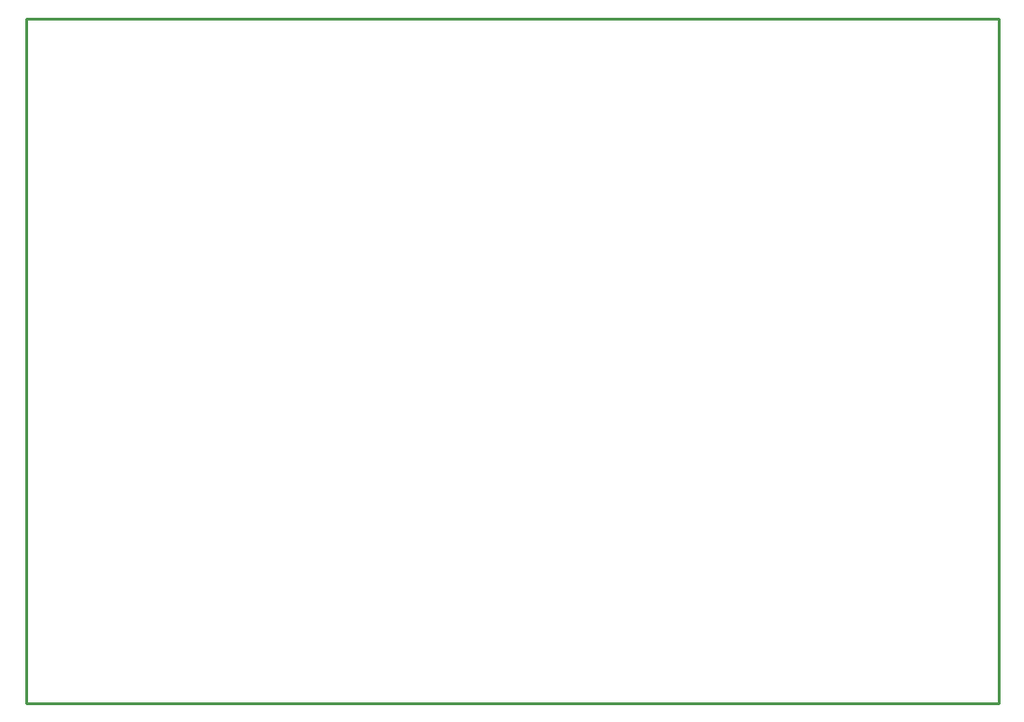
<source format=gbr>
G04 start of page 4 for group 2 idx 2 *
G04 Title: (unknown), outline *
G04 Creator: pcb 20110918 *
G04 CreationDate: Sat 31 Dec 2011 12:16:43 AM GMT UTC *
G04 For: andy *
G04 Format: Gerber/RS-274X *
G04 PCB-Dimensions: 346457 244094 *
G04 PCB-Coordinate-Origin: lower left *
%MOIN*%
%FSLAX25Y25*%
%LNOUTLINE*%
%ADD162C,0.0100*%
G54D162*X0Y244094D02*Y0D01*
Y244094D02*X346457D01*
X0Y0D02*X346457D01*
Y244094D02*Y0D01*
M02*

</source>
